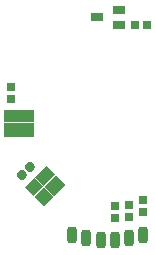
<source format=gts>
G04*
G04 #@! TF.GenerationSoftware,Altium Limited,Altium Designer,20.0.13 (296)*
G04*
G04 Layer_Color=8388736*
%FSLAX25Y25*%
%MOIN*%
G70*
G01*
G75*
G04:AMPARAMS|DCode=25|XSize=29.65mil|YSize=29.65mil|CornerRadius=9.41mil|HoleSize=0mil|Usage=FLASHONLY|Rotation=180.000|XOffset=0mil|YOffset=0mil|HoleType=Round|Shape=RoundedRectangle|*
%AMROUNDEDRECTD25*
21,1,0.02965,0.01083,0,0,180.0*
21,1,0.01083,0.02965,0,0,180.0*
1,1,0.01883,-0.00541,0.00541*
1,1,0.01883,0.00541,0.00541*
1,1,0.01883,0.00541,-0.00541*
1,1,0.01883,-0.00541,-0.00541*
%
%ADD25ROUNDEDRECTD25*%
G04:AMPARAMS|DCode=26|XSize=29.65mil|YSize=29.65mil|CornerRadius=9.41mil|HoleSize=0mil|Usage=FLASHONLY|Rotation=135.000|XOffset=0mil|YOffset=0mil|HoleType=Round|Shape=RoundedRectangle|*
%AMROUNDEDRECTD26*
21,1,0.02965,0.01083,0,0,135.0*
21,1,0.01083,0.02965,0,0,135.0*
1,1,0.01883,0.00000,0.00766*
1,1,0.01883,0.00766,0.00000*
1,1,0.01883,0.00000,-0.00766*
1,1,0.01883,-0.00766,0.00000*
%
%ADD26ROUNDEDRECTD26*%
%ADD27R,0.04147X0.02572*%
G04:AMPARAMS|DCode=28|XSize=29.65mil|YSize=29.65mil|CornerRadius=9.41mil|HoleSize=0mil|Usage=FLASHONLY|Rotation=90.000|XOffset=0mil|YOffset=0mil|HoleType=Round|Shape=RoundedRectangle|*
%AMROUNDEDRECTD28*
21,1,0.02965,0.01083,0,0,90.0*
21,1,0.01083,0.02965,0,0,90.0*
1,1,0.01883,0.00541,0.00541*
1,1,0.01883,0.00541,-0.00541*
1,1,0.01883,-0.00541,-0.00541*
1,1,0.01883,-0.00541,0.00541*
%
%ADD28ROUNDEDRECTD28*%
G04:AMPARAMS|DCode=29|XSize=31.62mil|YSize=55.24mil|CornerRadius=9.91mil|HoleSize=0mil|Usage=FLASHONLY|Rotation=180.000|XOffset=0mil|YOffset=0mil|HoleType=Round|Shape=RoundedRectangle|*
%AMROUNDEDRECTD29*
21,1,0.03162,0.03543,0,0,180.0*
21,1,0.01181,0.05524,0,0,180.0*
1,1,0.01981,-0.00591,0.01772*
1,1,0.01981,0.00591,0.01772*
1,1,0.01981,0.00591,-0.01772*
1,1,0.01981,-0.00591,-0.01772*
%
%ADD29ROUNDEDRECTD29*%
%ADD30R,0.04540X0.04619*%
%ADD31R,0.05328X0.04619*%
%ADD32R,0.04540X0.04147*%
%ADD33R,0.05328X0.04147*%
G04:AMPARAMS|DCode=34|XSize=41.47mil|YSize=53.28mil|CornerRadius=0mil|HoleSize=0mil|Usage=FLASHONLY|Rotation=315.000|XOffset=0mil|YOffset=0mil|HoleType=Round|Shape=Rectangle|*
%AMROTATEDRECTD34*
4,1,4,-0.03350,-0.00418,0.00418,0.03350,0.03350,0.00418,-0.00418,-0.03350,-0.03350,-0.00418,0.0*
%
%ADD34ROTATEDRECTD34*%

G04:AMPARAMS|DCode=35|XSize=41.47mil|YSize=45.4mil|CornerRadius=0mil|HoleSize=0mil|Usage=FLASHONLY|Rotation=315.000|XOffset=0mil|YOffset=0mil|HoleType=Round|Shape=Rectangle|*
%AMROTATEDRECTD35*
4,1,4,-0.03071,-0.00139,0.00139,0.03071,0.03071,0.00139,-0.00139,-0.03071,-0.03071,-0.00139,0.0*
%
%ADD35ROTATEDRECTD35*%

G04:AMPARAMS|DCode=36|XSize=46.19mil|YSize=53.28mil|CornerRadius=0mil|HoleSize=0mil|Usage=FLASHONLY|Rotation=315.000|XOffset=0mil|YOffset=0mil|HoleType=Round|Shape=Rectangle|*
%AMROTATEDRECTD36*
4,1,4,-0.03517,-0.00251,0.00251,0.03517,0.03517,0.00251,-0.00251,-0.03517,-0.03517,-0.00251,0.0*
%
%ADD36ROTATEDRECTD36*%

G04:AMPARAMS|DCode=37|XSize=45.4mil|YSize=46.19mil|CornerRadius=0mil|HoleSize=0mil|Usage=FLASHONLY|Rotation=225.000|XOffset=0mil|YOffset=0mil|HoleType=Round|Shape=Rectangle|*
%AMROTATEDRECTD37*
4,1,4,-0.00028,0.03238,0.03238,-0.00028,0.00028,-0.03238,-0.03238,0.00028,-0.00028,0.03238,0.0*
%
%ADD37ROTATEDRECTD37*%

D25*
X11811Y-25591D02*
D03*
Y-29528D02*
D03*
X7087Y-27165D02*
D03*
Y-31102D02*
D03*
X-32382Y12205D02*
D03*
Y8268D02*
D03*
X2362Y-27559D02*
D03*
Y-31496D02*
D03*
D26*
X-25773Y-14455D02*
D03*
X-28557Y-17238D02*
D03*
D27*
X3642Y32874D02*
D03*
X3642Y37992D02*
D03*
X-3642Y35433D02*
D03*
D28*
X12992Y32874D02*
D03*
X9055D02*
D03*
D29*
X-11811Y-37008D02*
D03*
X-7087Y-38189D02*
D03*
X-2362Y-38976D02*
D03*
X2362D02*
D03*
X7087Y-38189D02*
D03*
X11811Y-37008D02*
D03*
D30*
X-32382Y-2205D02*
D03*
D31*
X-27067D02*
D03*
D32*
X-32382Y2480D02*
D03*
D33*
X-27067D02*
D03*
D34*
X-20893Y-17385D02*
D03*
D35*
X-24651Y-21144D02*
D03*
D36*
X-17580Y-20698D02*
D03*
D37*
X-21339Y-24456D02*
D03*
M02*

</source>
